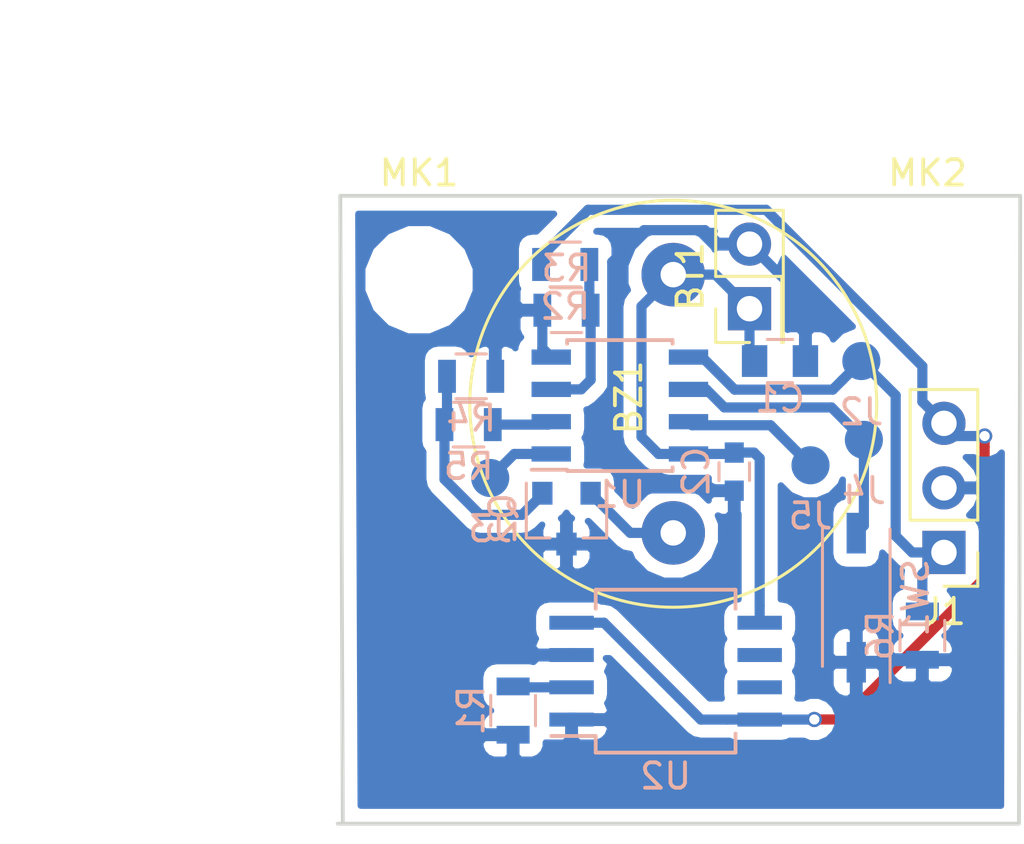
<source format=kicad_pcb>
(kicad_pcb (version 4) (host pcbnew 4.0.7)

  (general
    (links 34)
    (no_connects 0)
    (area 136.324999 94.424999 163.325001 119.275001)
    (thickness 1.6)
    (drawings 7)
    (tracks 90)
    (zones 0)
    (modules 21)
    (nets 13)
  )

  (page A4)
  (layers
    (0 F.Cu signal)
    (31 B.Cu signal)
    (32 B.Adhes user)
    (33 F.Adhes user)
    (34 B.Paste user)
    (35 F.Paste user)
    (36 B.SilkS user hide)
    (37 F.SilkS user)
    (38 B.Mask user)
    (39 F.Mask user)
    (40 Dwgs.User user)
    (41 Cmts.User user)
    (42 Eco1.User user)
    (43 Eco2.User user)
    (44 Edge.Cuts user)
    (45 Margin user)
    (46 B.CrtYd user)
    (47 F.CrtYd user)
    (48 B.Fab user hide)
    (49 F.Fab user hide)
  )

  (setup
    (last_trace_width 0.4)
    (trace_clearance 0.3)
    (zone_clearance 0.508)
    (zone_45_only no)
    (trace_min 0.4)
    (segment_width 0.2)
    (edge_width 0.15)
    (via_size 0.6)
    (via_drill 0.4)
    (via_min_size 0.4)
    (via_min_drill 0.3)
    (uvia_size 0.3)
    (uvia_drill 0.1)
    (uvias_allowed no)
    (uvia_min_size 0.2)
    (uvia_min_drill 0.1)
    (pcb_text_width 0.3)
    (pcb_text_size 1.5 1.5)
    (mod_edge_width 0.15)
    (mod_text_size 1 1)
    (mod_text_width 0.15)
    (pad_size 1.524 1.524)
    (pad_drill 0.762)
    (pad_to_mask_clearance 0.2)
    (aux_axis_origin 0 0)
    (visible_elements FFFFFF7F)
    (pcbplotparams
      (layerselection 0x00030_80000001)
      (usegerberextensions false)
      (excludeedgelayer true)
      (linewidth 0.100000)
      (plotframeref false)
      (viasonmask false)
      (mode 1)
      (useauxorigin false)
      (hpglpennumber 1)
      (hpglpenspeed 20)
      (hpglpendiameter 15)
      (hpglpenoverlay 2)
      (psnegative false)
      (psa4output false)
      (plotreference true)
      (plotvalue true)
      (plotinvisibletext false)
      (padsonsilk false)
      (subtractmaskfromsilk false)
      (outputformat 1)
      (mirror false)
      (drillshape 1)
      (scaleselection 1)
      (outputdirectory ""))
  )

  (net 0 "")
  (net 1 VCC)
  (net 2 GND)
  (net 3 "Net-(BZ1-Pad1)")
  (net 4 /Beeper_in)
  (net 5 +5V)
  (net 6 "Net-(R5-Pad2)")
  (net 7 "Net-(Q2-Pad1)")
  (net 8 /sense)
  (net 9 "Net-(J3-Pad1)")
  (net 10 "Net-(J4-Pad1)")
  (net 11 "Net-(J5-Pad1)")
  (net 12 "Net-(R1-Pad1)")

  (net_class Default "This is the default net class."
    (clearance 0.3)
    (trace_width 0.4)
    (via_dia 0.6)
    (via_drill 0.4)
    (uvia_dia 0.3)
    (uvia_drill 0.1)
    (add_net +5V)
    (add_net /Beeper_in)
    (add_net /sense)
    (add_net GND)
    (add_net "Net-(BZ1-Pad1)")
    (add_net "Net-(J3-Pad1)")
    (add_net "Net-(J4-Pad1)")
    (add_net "Net-(J5-Pad1)")
    (add_net "Net-(Q2-Pad1)")
    (add_net "Net-(R1-Pad1)")
    (add_net "Net-(R5-Pad2)")
    (add_net VCC)
  )

  (module Pin_Headers:Pin_Header_Straight_1x03_Pitch2.54mm (layer F.Cu) (tedit 59650532) (tstamp 5C3E2BE3)
    (at 160.25 108.53 180)
    (descr "Through hole straight pin header, 1x03, 2.54mm pitch, single row")
    (tags "Through hole pin header THT 1x03 2.54mm single row")
    (path /5C3D3B3D)
    (fp_text reference J1 (at 0 -2.33 180) (layer F.SilkS)
      (effects (font (size 1 1) (thickness 0.15)))
    )
    (fp_text value Conn_01x03 (at 0 7.41 180) (layer F.Fab)
      (effects (font (size 1 1) (thickness 0.15)))
    )
    (fp_line (start -0.635 -1.27) (end 1.27 -1.27) (layer F.Fab) (width 0.1))
    (fp_line (start 1.27 -1.27) (end 1.27 6.35) (layer F.Fab) (width 0.1))
    (fp_line (start 1.27 6.35) (end -1.27 6.35) (layer F.Fab) (width 0.1))
    (fp_line (start -1.27 6.35) (end -1.27 -0.635) (layer F.Fab) (width 0.1))
    (fp_line (start -1.27 -0.635) (end -0.635 -1.27) (layer F.Fab) (width 0.1))
    (fp_line (start -1.33 6.41) (end 1.33 6.41) (layer F.SilkS) (width 0.12))
    (fp_line (start -1.33 1.27) (end -1.33 6.41) (layer F.SilkS) (width 0.12))
    (fp_line (start 1.33 1.27) (end 1.33 6.41) (layer F.SilkS) (width 0.12))
    (fp_line (start -1.33 1.27) (end 1.33 1.27) (layer F.SilkS) (width 0.12))
    (fp_line (start -1.33 0) (end -1.33 -1.33) (layer F.SilkS) (width 0.12))
    (fp_line (start -1.33 -1.33) (end 0 -1.33) (layer F.SilkS) (width 0.12))
    (fp_line (start -1.8 -1.8) (end -1.8 6.85) (layer F.CrtYd) (width 0.05))
    (fp_line (start -1.8 6.85) (end 1.8 6.85) (layer F.CrtYd) (width 0.05))
    (fp_line (start 1.8 6.85) (end 1.8 -1.8) (layer F.CrtYd) (width 0.05))
    (fp_line (start 1.8 -1.8) (end -1.8 -1.8) (layer F.CrtYd) (width 0.05))
    (fp_text user %R (at 0 2.54 270) (layer F.Fab)
      (effects (font (size 1 1) (thickness 0.15)))
    )
    (pad 1 thru_hole rect (at 0 0 180) (size 1.7 1.7) (drill 1) (layers *.Cu *.Mask)
      (net 4 /Beeper_in))
    (pad 2 thru_hole oval (at 0 2.54 180) (size 1.7 1.7) (drill 1) (layers *.Cu *.Mask)
      (net 2 GND))
    (pad 3 thru_hole oval (at 0 5.08 180) (size 1.7 1.7) (drill 1) (layers *.Cu *.Mask)
      (net 5 +5V))
    (model ${KISYS3DMOD}/Pin_Headers.3dshapes/Pin_Header_Straight_1x03_Pitch2.54mm.wrl
      (at (xyz 0 0 0))
      (scale (xyz 1 1 1))
      (rotate (xyz 0 0 0))
    )
  )

  (module TO_SOT_Packages_SMD:SOT-23 (layer B.Cu) (tedit 58CE4E7E) (tstamp 5C3CE1EE)
    (at 145.4 107.2 270)
    (descr "SOT-23, Standard")
    (tags SOT-23)
    (path /5C3D1462)
    (attr smd)
    (fp_text reference Q2 (at 0 2.5 270) (layer B.SilkS)
      (effects (font (size 1 1) (thickness 0.15)) (justify mirror))
    )
    (fp_text value Q_NMOS_DGS (at 0 -2.5 270) (layer B.Fab)
      (effects (font (size 1 1) (thickness 0.15)) (justify mirror))
    )
    (fp_text user %R (at 0 0 540) (layer B.Fab)
      (effects (font (size 0.5 0.5) (thickness 0.075)) (justify mirror))
    )
    (fp_line (start -0.7 0.95) (end -0.7 -1.5) (layer B.Fab) (width 0.1))
    (fp_line (start -0.15 1.52) (end 0.7 1.52) (layer B.Fab) (width 0.1))
    (fp_line (start -0.7 0.95) (end -0.15 1.52) (layer B.Fab) (width 0.1))
    (fp_line (start 0.7 1.52) (end 0.7 -1.52) (layer B.Fab) (width 0.1))
    (fp_line (start -0.7 -1.52) (end 0.7 -1.52) (layer B.Fab) (width 0.1))
    (fp_line (start 0.76 -1.58) (end 0.76 -0.65) (layer B.SilkS) (width 0.12))
    (fp_line (start 0.76 1.58) (end 0.76 0.65) (layer B.SilkS) (width 0.12))
    (fp_line (start -1.7 1.75) (end 1.7 1.75) (layer B.CrtYd) (width 0.05))
    (fp_line (start 1.7 1.75) (end 1.7 -1.75) (layer B.CrtYd) (width 0.05))
    (fp_line (start 1.7 -1.75) (end -1.7 -1.75) (layer B.CrtYd) (width 0.05))
    (fp_line (start -1.7 -1.75) (end -1.7 1.75) (layer B.CrtYd) (width 0.05))
    (fp_line (start 0.76 1.58) (end -1.4 1.58) (layer B.SilkS) (width 0.12))
    (fp_line (start 0.76 -1.58) (end -0.7 -1.58) (layer B.SilkS) (width 0.12))
    (pad 1 smd rect (at -1 0.95 270) (size 0.9 0.8) (layers B.Cu B.Paste B.Mask)
      (net 7 "Net-(Q2-Pad1)"))
    (pad 2 smd rect (at -1 -0.95 270) (size 0.9 0.8) (layers B.Cu B.Paste B.Mask)
      (net 3 "Net-(BZ1-Pad1)"))
    (pad 3 smd rect (at 1 0 270) (size 0.9 0.8) (layers B.Cu B.Paste B.Mask)
      (net 2 GND))
    (model ${KISYS3DMOD}/TO_SOT_Packages_SMD.3dshapes/SOT-23.wrl
      (at (xyz 0 0 0))
      (scale (xyz 1 1 1))
      (rotate (xyz 0 0 0))
    )
  )

  (module Buzzers_Beepers:BUZZER (layer F.Cu) (tedit 0) (tstamp 5C3CE1DB)
    (at 149.6 102.68 90)
    (path /5C3D137A)
    (fp_text reference BZ1 (at 0.24892 -1.75006 90) (layer F.SilkS)
      (effects (font (size 1 1) (thickness 0.15)))
    )
    (fp_text value Buzzer (at 0 1.50114 90) (layer F.Fab)
      (effects (font (size 1 1) (thickness 0.15)))
    )
    (fp_circle (center 0 0) (end 8.001 0.24892) (layer F.SilkS) (width 0.12))
    (pad 2 thru_hole circle (at 5.08 0 90) (size 2.49936 2.49936) (drill 1.00076) (layers *.Cu *.Mask)
      (net 1 VCC))
    (pad 1 thru_hole circle (at -5.08 0 90) (size 2.49936 2.49936) (drill 1.00076) (layers *.Cu *.Mask)
      (net 3 "Net-(BZ1-Pad1)"))
  )

  (module Pin_Headers:Pin_Header_Straight_2x01_Pitch2.54mm (layer F.Cu) (tedit 59650532) (tstamp 5C3CE1D5)
    (at 152.6 98.94 90)
    (descr "Through hole straight pin header, 2x01, 2.54mm pitch, double rows")
    (tags "Through hole pin header THT 2x01 2.54mm double row")
    (path /5C3CE151)
    (fp_text reference BT1 (at 1.27 -2.33 90) (layer F.SilkS)
      (effects (font (size 1 1) (thickness 0.15)))
    )
    (fp_text value Battery_Cell (at 1.27 2.33 90) (layer F.Fab)
      (effects (font (size 1 1) (thickness 0.15)))
    )
    (fp_line (start 0 -1.27) (end 3.81 -1.27) (layer F.Fab) (width 0.1))
    (fp_line (start 3.81 -1.27) (end 3.81 1.27) (layer F.Fab) (width 0.1))
    (fp_line (start 3.81 1.27) (end -1.27 1.27) (layer F.Fab) (width 0.1))
    (fp_line (start -1.27 1.27) (end -1.27 0) (layer F.Fab) (width 0.1))
    (fp_line (start -1.27 0) (end 0 -1.27) (layer F.Fab) (width 0.1))
    (fp_line (start -1.33 1.33) (end 3.87 1.33) (layer F.SilkS) (width 0.12))
    (fp_line (start -1.33 1.27) (end -1.33 1.33) (layer F.SilkS) (width 0.12))
    (fp_line (start 3.87 -1.33) (end 3.87 1.33) (layer F.SilkS) (width 0.12))
    (fp_line (start -1.33 1.27) (end 1.27 1.27) (layer F.SilkS) (width 0.12))
    (fp_line (start 1.27 1.27) (end 1.27 -1.33) (layer F.SilkS) (width 0.12))
    (fp_line (start 1.27 -1.33) (end 3.87 -1.33) (layer F.SilkS) (width 0.12))
    (fp_line (start -1.33 0) (end -1.33 -1.33) (layer F.SilkS) (width 0.12))
    (fp_line (start -1.33 -1.33) (end 0 -1.33) (layer F.SilkS) (width 0.12))
    (fp_line (start -1.8 -1.8) (end -1.8 1.8) (layer F.CrtYd) (width 0.05))
    (fp_line (start -1.8 1.8) (end 4.35 1.8) (layer F.CrtYd) (width 0.05))
    (fp_line (start 4.35 1.8) (end 4.35 -1.8) (layer F.CrtYd) (width 0.05))
    (fp_line (start 4.35 -1.8) (end -1.8 -1.8) (layer F.CrtYd) (width 0.05))
    (fp_text user %R (at 1.27 0 180) (layer F.Fab)
      (effects (font (size 1 1) (thickness 0.15)))
    )
    (pad 1 thru_hole rect (at 0 0 90) (size 1.7 1.7) (drill 1) (layers *.Cu *.Mask)
      (net 1 VCC))
    (pad 2 thru_hole oval (at 2.54 0 90) (size 1.7 1.7) (drill 1) (layers *.Cu *.Mask)
      (net 2 GND))
    (model ${KISYS3DMOD}/Pin_Headers.3dshapes/Pin_Header_Straight_2x01_Pitch2.54mm.wrl
      (at (xyz 0 0 0))
      (scale (xyz 1 1 1))
      (rotate (xyz 0 0 0))
    )
  )

  (module Resistors_SMD:R_0805 (layer B.Cu) (tedit 58E0A804) (tstamp 5C3CE1F4)
    (at 143.3 114.75 270)
    (descr "Resistor SMD 0805, reflow soldering, Vishay (see dcrcw.pdf)")
    (tags "resistor 0805")
    (path /5C41B754)
    (attr smd)
    (fp_text reference R1 (at 0 1.65 270) (layer B.SilkS)
      (effects (font (size 1 1) (thickness 0.15)) (justify mirror))
    )
    (fp_text value R (at 0 -1.75 270) (layer B.Fab)
      (effects (font (size 1 1) (thickness 0.15)) (justify mirror))
    )
    (fp_text user %R (at 0 0.25 270) (layer B.Fab)
      (effects (font (size 0.5 0.5) (thickness 0.075)) (justify mirror))
    )
    (fp_line (start -1 -0.62) (end -1 0.62) (layer B.Fab) (width 0.1))
    (fp_line (start 1 -0.62) (end -1 -0.62) (layer B.Fab) (width 0.1))
    (fp_line (start 1 0.62) (end 1 -0.62) (layer B.Fab) (width 0.1))
    (fp_line (start -1 0.62) (end 1 0.62) (layer B.Fab) (width 0.1))
    (fp_line (start 0.6 -0.88) (end -0.6 -0.88) (layer B.SilkS) (width 0.12))
    (fp_line (start -0.6 0.88) (end 0.6 0.88) (layer B.SilkS) (width 0.12))
    (fp_line (start -1.55 0.9) (end 1.55 0.9) (layer B.CrtYd) (width 0.05))
    (fp_line (start -1.55 0.9) (end -1.55 -0.9) (layer B.CrtYd) (width 0.05))
    (fp_line (start 1.55 -0.9) (end 1.55 0.9) (layer B.CrtYd) (width 0.05))
    (fp_line (start 1.55 -0.9) (end -1.55 -0.9) (layer B.CrtYd) (width 0.05))
    (pad 1 smd rect (at -0.95 0 270) (size 0.7 1.3) (layers B.Cu B.Paste B.Mask)
      (net 12 "Net-(R1-Pad1)"))
    (pad 2 smd rect (at 0.95 0 270) (size 0.7 1.3) (layers B.Cu B.Paste B.Mask)
      (net 2 GND))
    (model ${KISYS3DMOD}/Resistors_SMD.3dshapes/R_0805.wrl
      (at (xyz 0 0 0))
      (scale (xyz 1 1 1))
      (rotate (xyz 0 0 0))
    )
  )

  (module Resistors_SMD:R_0805 (layer B.Cu) (tedit 58E0A804) (tstamp 5C3CE200)
    (at 145.4 99 180)
    (descr "Resistor SMD 0805, reflow soldering, Vishay (see dcrcw.pdf)")
    (tags "resistor 0805")
    (path /5C3D036F)
    (attr smd)
    (fp_text reference R3 (at 0 1.65 180) (layer B.SilkS)
      (effects (font (size 1 1) (thickness 0.15)) (justify mirror))
    )
    (fp_text value R (at 0 -1.75 180) (layer B.Fab)
      (effects (font (size 1 1) (thickness 0.15)) (justify mirror))
    )
    (fp_text user %R (at 0 0 180) (layer B.Fab)
      (effects (font (size 0.5 0.5) (thickness 0.075)) (justify mirror))
    )
    (fp_line (start -1 -0.62) (end -1 0.62) (layer B.Fab) (width 0.1))
    (fp_line (start 1 -0.62) (end -1 -0.62) (layer B.Fab) (width 0.1))
    (fp_line (start 1 0.62) (end 1 -0.62) (layer B.Fab) (width 0.1))
    (fp_line (start -1 0.62) (end 1 0.62) (layer B.Fab) (width 0.1))
    (fp_line (start 0.6 -0.88) (end -0.6 -0.88) (layer B.SilkS) (width 0.12))
    (fp_line (start -0.6 0.88) (end 0.6 0.88) (layer B.SilkS) (width 0.12))
    (fp_line (start -1.55 0.9) (end 1.55 0.9) (layer B.CrtYd) (width 0.05))
    (fp_line (start -1.55 0.9) (end -1.55 -0.9) (layer B.CrtYd) (width 0.05))
    (fp_line (start 1.55 -0.9) (end 1.55 0.9) (layer B.CrtYd) (width 0.05))
    (fp_line (start 1.55 -0.9) (end -1.55 -0.9) (layer B.CrtYd) (width 0.05))
    (pad 1 smd rect (at -0.95 0 180) (size 0.7 1.3) (layers B.Cu B.Paste B.Mask)
      (net 8 /sense))
    (pad 2 smd rect (at 0.95 0 180) (size 0.7 1.3) (layers B.Cu B.Paste B.Mask)
      (net 2 GND))
    (model ${KISYS3DMOD}/Resistors_SMD.3dshapes/R_0805.wrl
      (at (xyz 0 0 0))
      (scale (xyz 1 1 1))
      (rotate (xyz 0 0 0))
    )
  )

  (module Resistors_SMD:R_0805 (layer B.Cu) (tedit 58E0A804) (tstamp 5C3CE20C)
    (at 141.55 103.5)
    (descr "Resistor SMD 0805, reflow soldering, Vishay (see dcrcw.pdf)")
    (tags "resistor 0805")
    (path /5C3D1E79)
    (attr smd)
    (fp_text reference R5 (at 0 1.65) (layer B.SilkS)
      (effects (font (size 1 1) (thickness 0.15)) (justify mirror))
    )
    (fp_text value R (at 0 -1.75) (layer B.Fab)
      (effects (font (size 1 1) (thickness 0.15)) (justify mirror))
    )
    (fp_text user %R (at 0 0) (layer B.Fab)
      (effects (font (size 0.5 0.5) (thickness 0.075)) (justify mirror))
    )
    (fp_line (start -1 -0.62) (end -1 0.62) (layer B.Fab) (width 0.1))
    (fp_line (start 1 -0.62) (end -1 -0.62) (layer B.Fab) (width 0.1))
    (fp_line (start 1 0.62) (end 1 -0.62) (layer B.Fab) (width 0.1))
    (fp_line (start -1 0.62) (end 1 0.62) (layer B.Fab) (width 0.1))
    (fp_line (start 0.6 -0.88) (end -0.6 -0.88) (layer B.SilkS) (width 0.12))
    (fp_line (start -0.6 0.88) (end 0.6 0.88) (layer B.SilkS) (width 0.12))
    (fp_line (start -1.55 0.9) (end 1.55 0.9) (layer B.CrtYd) (width 0.05))
    (fp_line (start -1.55 0.9) (end -1.55 -0.9) (layer B.CrtYd) (width 0.05))
    (fp_line (start 1.55 -0.9) (end 1.55 0.9) (layer B.CrtYd) (width 0.05))
    (fp_line (start 1.55 -0.9) (end -1.55 -0.9) (layer B.CrtYd) (width 0.05))
    (pad 1 smd rect (at -0.95 0) (size 0.7 1.3) (layers B.Cu B.Paste B.Mask)
      (net 7 "Net-(Q2-Pad1)"))
    (pad 2 smd rect (at 0.95 0) (size 0.7 1.3) (layers B.Cu B.Paste B.Mask)
      (net 6 "Net-(R5-Pad2)"))
    (model ${KISYS3DMOD}/Resistors_SMD.3dshapes/R_0805.wrl
      (at (xyz 0 0 0))
      (scale (xyz 1 1 1))
      (rotate (xyz 0 0 0))
    )
  )

  (module Buttons_Switches_SMD:SW_DIP_x1_W5.08mm_Slide_Copal_CHS-A (layer B.Cu) (tedit 59ACAC86) (tstamp 5C3CE218)
    (at 156.8 110.31 90)
    (descr "1x-dip-switch, Slide, row spacing 5.08 mm (200 mils), Copal_CHS-A")
    (tags "DIP Switch Slide 5.08mm 200mil Copal_CHS-A")
    (path /5C3D0582)
    (attr smd)
    (fp_text reference SW1 (at 0 2.33 90) (layer B.SilkS)
      (effects (font (size 1 1) (thickness 0.15)) (justify mirror))
    )
    (fp_text value SW_Push (at 0 -2.33 90) (layer B.Fab)
      (effects (font (size 1 1) (thickness 0.15)) (justify mirror))
    )
    (fp_line (start -1.7 1.27) (end 2.7 1.27) (layer B.Fab) (width 0.1))
    (fp_line (start 2.7 1.27) (end 2.7 -1.27) (layer B.Fab) (width 0.1))
    (fp_line (start 2.7 -1.27) (end -2.7 -1.27) (layer B.Fab) (width 0.1))
    (fp_line (start -2.7 -1.27) (end -2.7 0.27) (layer B.Fab) (width 0.1))
    (fp_line (start -2.7 0.27) (end -1.7 1.27) (layer B.Fab) (width 0.1))
    (fp_line (start -1.5 0.25) (end -1.5 -0.25) (layer B.Fab) (width 0.1))
    (fp_line (start -1.5 -0.25) (end 1.5 -0.25) (layer B.Fab) (width 0.1))
    (fp_line (start 1.5 -0.25) (end 1.5 0.25) (layer B.Fab) (width 0.1))
    (fp_line (start 1.5 0.25) (end -1.5 0.25) (layer B.Fab) (width 0.1))
    (fp_line (start 0 0.25) (end 0 -0.25) (layer B.Fab) (width 0.1))
    (fp_line (start -3.34 1.33) (end 2.7 1.33) (layer B.SilkS) (width 0.12))
    (fp_line (start -2.7 -1.33) (end 2.7 -1.33) (layer B.SilkS) (width 0.12))
    (fp_line (start -3.6 1.6) (end -3.6 -1.6) (layer B.CrtYd) (width 0.05))
    (fp_line (start -3.6 -1.6) (end 3.6 -1.6) (layer B.CrtYd) (width 0.05))
    (fp_line (start 3.6 -1.6) (end 3.6 1.6) (layer B.CrtYd) (width 0.05))
    (fp_line (start 3.6 1.6) (end -3.6 1.6) (layer B.CrtYd) (width 0.05))
    (fp_text user %R (at 2.1 0 360) (layer B.Fab)
      (effects (font (size 0.6 0.6) (thickness 0.15)) (justify mirror))
    )
    (pad 1 smd rect (at -2.54 0 90) (size 1.6 0.76) (layers B.Cu B.Paste B.Mask)
      (net 2 GND))
    (pad 2 smd rect (at 2.54 0 90) (size 1.6 0.76) (layers B.Cu B.Paste B.Mask)
      (net 10 "Net-(J4-Pad1)"))
    (model ${KISYS3DMOD}/Buttons_Switches_SMD.3dshapes/SW_DIP_x1_W5.08mm_Slide_Copal_CHS-A.wrl
      (at (xyz 0 0 0))
      (scale (xyz 1 1 1))
      (rotate (xyz 0 0 0))
    )
  )

  (module Housings_SOIC:SOIC-8_3.9x4.9mm_Pitch1.27mm (layer B.Cu) (tedit 58CD0CDA) (tstamp 5C3CE224)
    (at 147.5 102.75)
    (descr "8-Lead Plastic Small Outline (SN) - Narrow, 3.90 mm Body [SOIC] (see Microchip Packaging Specification 00000049BS.pdf)")
    (tags "SOIC 1.27")
    (path /5C3CE073)
    (attr smd)
    (fp_text reference U1 (at 0 3.5) (layer B.SilkS)
      (effects (font (size 1 1) (thickness 0.15)) (justify mirror))
    )
    (fp_text value ATTINY13A-SSU (at 0 -3.5) (layer B.Fab)
      (effects (font (size 1 1) (thickness 0.15)) (justify mirror))
    )
    (fp_text user %R (at 0 0) (layer B.Fab)
      (effects (font (size 1 1) (thickness 0.15)) (justify mirror))
    )
    (fp_line (start -0.95 2.45) (end 1.95 2.45) (layer B.Fab) (width 0.1))
    (fp_line (start 1.95 2.45) (end 1.95 -2.45) (layer B.Fab) (width 0.1))
    (fp_line (start 1.95 -2.45) (end -1.95 -2.45) (layer B.Fab) (width 0.1))
    (fp_line (start -1.95 -2.45) (end -1.95 1.45) (layer B.Fab) (width 0.1))
    (fp_line (start -1.95 1.45) (end -0.95 2.45) (layer B.Fab) (width 0.1))
    (fp_line (start -3.73 2.7) (end -3.73 -2.7) (layer B.CrtYd) (width 0.05))
    (fp_line (start 3.73 2.7) (end 3.73 -2.7) (layer B.CrtYd) (width 0.05))
    (fp_line (start -3.73 2.7) (end 3.73 2.7) (layer B.CrtYd) (width 0.05))
    (fp_line (start -3.73 -2.7) (end 3.73 -2.7) (layer B.CrtYd) (width 0.05))
    (fp_line (start -2.075 2.575) (end -2.075 2.525) (layer B.SilkS) (width 0.15))
    (fp_line (start 2.075 2.575) (end 2.075 2.43) (layer B.SilkS) (width 0.15))
    (fp_line (start 2.075 -2.575) (end 2.075 -2.43) (layer B.SilkS) (width 0.15))
    (fp_line (start -2.075 -2.575) (end -2.075 -2.43) (layer B.SilkS) (width 0.15))
    (fp_line (start -2.075 2.575) (end 2.075 2.575) (layer B.SilkS) (width 0.15))
    (fp_line (start -2.075 -2.575) (end 2.075 -2.575) (layer B.SilkS) (width 0.15))
    (fp_line (start -2.075 2.525) (end -3.475 2.525) (layer B.SilkS) (width 0.15))
    (pad 1 smd rect (at -2.7 1.905) (size 1.55 0.6) (layers B.Cu B.Paste B.Mask)
      (net 9 "Net-(J3-Pad1)"))
    (pad 2 smd rect (at -2.7 0.635) (size 1.55 0.6) (layers B.Cu B.Paste B.Mask)
      (net 6 "Net-(R5-Pad2)"))
    (pad 3 smd rect (at -2.7 -0.635) (size 1.55 0.6) (layers B.Cu B.Paste B.Mask)
      (net 8 /sense))
    (pad 4 smd rect (at -2.7 -1.905) (size 1.55 0.6) (layers B.Cu B.Paste B.Mask)
      (net 2 GND))
    (pad 5 smd rect (at 2.7 -1.905) (size 1.55 0.6) (layers B.Cu B.Paste B.Mask)
      (net 4 /Beeper_in))
    (pad 6 smd rect (at 2.7 -0.635) (size 1.55 0.6) (layers B.Cu B.Paste B.Mask)
      (net 10 "Net-(J4-Pad1)"))
    (pad 7 smd rect (at 2.7 0.635) (size 1.55 0.6) (layers B.Cu B.Paste B.Mask)
      (net 11 "Net-(J5-Pad1)"))
    (pad 8 smd rect (at 2.7 1.905) (size 1.55 0.6) (layers B.Cu B.Paste B.Mask)
      (net 1 VCC))
    (model ${KISYS3DMOD}/Housings_SOIC.3dshapes/SOIC-8_3.9x4.9mm_Pitch1.27mm.wrl
      (at (xyz 0 0 0))
      (scale (xyz 1 1 1))
      (rotate (xyz 0 0 0))
    )
  )

  (module Mounting_Holes:MountingHole_3.2mm_M3 (layer F.Cu) (tedit 56D1B4CB) (tstamp 5C3CEBD9)
    (at 139.6 97.8)
    (descr "Mounting Hole 3.2mm, no annular, M3")
    (tags "mounting hole 3.2mm no annular m3")
    (path /5C3CEC4A)
    (attr virtual)
    (fp_text reference MK1 (at 0 -4.2) (layer F.SilkS)
      (effects (font (size 1 1) (thickness 0.15)))
    )
    (fp_text value Mounting_Hole (at 0 4.2) (layer F.Fab)
      (effects (font (size 1 1) (thickness 0.15)))
    )
    (fp_text user %R (at 0.3 0) (layer F.Fab)
      (effects (font (size 1 1) (thickness 0.15)))
    )
    (fp_circle (center 0 0) (end 3.2 0) (layer Cmts.User) (width 0.15))
    (fp_circle (center 0 0) (end 3.45 0) (layer F.CrtYd) (width 0.05))
    (pad 1 np_thru_hole circle (at 0 0) (size 3.2 3.2) (drill 3.2) (layers *.Cu *.Mask))
  )

  (module Mounting_Holes:MountingHole_3.2mm_M3 (layer F.Cu) (tedit 56D1B4CB) (tstamp 5C3CEBDE)
    (at 159.6 97.8)
    (descr "Mounting Hole 3.2mm, no annular, M3")
    (tags "mounting hole 3.2mm no annular m3")
    (path /5C3CED0B)
    (attr virtual)
    (fp_text reference MK2 (at 0 -4.2) (layer F.SilkS)
      (effects (font (size 1 1) (thickness 0.15)))
    )
    (fp_text value Mounting_Hole (at 0 4.2) (layer F.Fab)
      (effects (font (size 1 1) (thickness 0.15)))
    )
    (fp_text user %R (at 0.3 0) (layer F.Fab)
      (effects (font (size 1 1) (thickness 0.15)))
    )
    (fp_circle (center 0 0) (end 3.2 0) (layer Cmts.User) (width 0.15))
    (fp_circle (center 0 0) (end 3.45 0) (layer F.CrtYd) (width 0.05))
    (pad 1 np_thru_hole circle (at 0 0) (size 3.2 3.2) (drill 3.2) (layers *.Cu *.Mask))
  )

  (module Resistors_SMD:R_0805 (layer B.Cu) (tedit 58E0A804) (tstamp 5C3E08FC)
    (at 145.35 97.2)
    (descr "Resistor SMD 0805, reflow soldering, Vishay (see dcrcw.pdf)")
    (tags "resistor 0805")
    (path /5C3D0301)
    (attr smd)
    (fp_text reference R2 (at 0 1.65) (layer B.SilkS)
      (effects (font (size 1 1) (thickness 0.15)) (justify mirror))
    )
    (fp_text value R (at 0 -1.75) (layer B.Fab)
      (effects (font (size 1 1) (thickness 0.15)) (justify mirror))
    )
    (fp_text user %R (at 0 0) (layer B.Fab)
      (effects (font (size 0.5 0.5) (thickness 0.075)) (justify mirror))
    )
    (fp_line (start -1 -0.62) (end -1 0.62) (layer B.Fab) (width 0.1))
    (fp_line (start 1 -0.62) (end -1 -0.62) (layer B.Fab) (width 0.1))
    (fp_line (start 1 0.62) (end 1 -0.62) (layer B.Fab) (width 0.1))
    (fp_line (start -1 0.62) (end 1 0.62) (layer B.Fab) (width 0.1))
    (fp_line (start 0.6 -0.88) (end -0.6 -0.88) (layer B.SilkS) (width 0.12))
    (fp_line (start -0.6 0.88) (end 0.6 0.88) (layer B.SilkS) (width 0.12))
    (fp_line (start -1.55 0.9) (end 1.55 0.9) (layer B.CrtYd) (width 0.05))
    (fp_line (start -1.55 0.9) (end -1.55 -0.9) (layer B.CrtYd) (width 0.05))
    (fp_line (start 1.55 -0.9) (end 1.55 0.9) (layer B.CrtYd) (width 0.05))
    (fp_line (start 1.55 -0.9) (end -1.55 -0.9) (layer B.CrtYd) (width 0.05))
    (pad 1 smd rect (at -0.95 0) (size 0.7 1.3) (layers B.Cu B.Paste B.Mask)
      (net 5 +5V))
    (pad 2 smd rect (at 0.95 0) (size 0.7 1.3) (layers B.Cu B.Paste B.Mask)
      (net 8 /sense))
    (model ${KISYS3DMOD}/Resistors_SMD.3dshapes/R_0805.wrl
      (at (xyz 0 0 0))
      (scale (xyz 1 1 1))
      (rotate (xyz 0 0 0))
    )
  )

  (module Capacitors_SMD:C_0805 (layer B.Cu) (tedit 58AA8463) (tstamp 5C3E1060)
    (at 153.8 101)
    (descr "Capacitor SMD 0805, reflow soldering, AVX (see smccp.pdf)")
    (tags "capacitor 0805")
    (path /5C3E4BC6)
    (attr smd)
    (fp_text reference C1 (at 0 1.5) (layer B.SilkS)
      (effects (font (size 1 1) (thickness 0.15)) (justify mirror))
    )
    (fp_text value 10µF (at 0 -1.75) (layer B.Fab)
      (effects (font (size 1 1) (thickness 0.15)) (justify mirror))
    )
    (fp_text user %R (at 0 1.5) (layer B.Fab)
      (effects (font (size 1 1) (thickness 0.15)) (justify mirror))
    )
    (fp_line (start -1 -0.62) (end -1 0.62) (layer B.Fab) (width 0.1))
    (fp_line (start 1 -0.62) (end -1 -0.62) (layer B.Fab) (width 0.1))
    (fp_line (start 1 0.62) (end 1 -0.62) (layer B.Fab) (width 0.1))
    (fp_line (start -1 0.62) (end 1 0.62) (layer B.Fab) (width 0.1))
    (fp_line (start 0.5 0.85) (end -0.5 0.85) (layer B.SilkS) (width 0.12))
    (fp_line (start -0.5 -0.85) (end 0.5 -0.85) (layer B.SilkS) (width 0.12))
    (fp_line (start -1.75 0.88) (end 1.75 0.88) (layer B.CrtYd) (width 0.05))
    (fp_line (start -1.75 0.88) (end -1.75 -0.87) (layer B.CrtYd) (width 0.05))
    (fp_line (start 1.75 -0.87) (end 1.75 0.88) (layer B.CrtYd) (width 0.05))
    (fp_line (start 1.75 -0.87) (end -1.75 -0.87) (layer B.CrtYd) (width 0.05))
    (pad 1 smd rect (at -1 0) (size 1 1.25) (layers B.Cu B.Paste B.Mask)
      (net 1 VCC))
    (pad 2 smd rect (at 1 0) (size 1 1.25) (layers B.Cu B.Paste B.Mask)
      (net 2 GND))
    (model Capacitors_SMD.3dshapes/C_0805.wrl
      (at (xyz 0 0 0))
      (scale (xyz 1 1 1))
      (rotate (xyz 0 0 0))
    )
  )

  (module Capacitors_SMD:C_0603 (layer B.Cu) (tedit 59958EE7) (tstamp 5C3E1066)
    (at 152 105.35 270)
    (descr "Capacitor SMD 0603, reflow soldering, AVX (see smccp.pdf)")
    (tags "capacitor 0603")
    (path /5C3E4FBF)
    (attr smd)
    (fp_text reference C2 (at 0 1.5 270) (layer B.SilkS)
      (effects (font (size 1 1) (thickness 0.15)) (justify mirror))
    )
    (fp_text value 100nF (at 0 -1.5 270) (layer B.Fab)
      (effects (font (size 1 1) (thickness 0.15)) (justify mirror))
    )
    (fp_line (start 1.4 -0.65) (end -1.4 -0.65) (layer B.CrtYd) (width 0.05))
    (fp_line (start 1.4 -0.65) (end 1.4 0.65) (layer B.CrtYd) (width 0.05))
    (fp_line (start -1.4 0.65) (end -1.4 -0.65) (layer B.CrtYd) (width 0.05))
    (fp_line (start -1.4 0.65) (end 1.4 0.65) (layer B.CrtYd) (width 0.05))
    (fp_line (start 0.35 -0.6) (end -0.35 -0.6) (layer B.SilkS) (width 0.12))
    (fp_line (start -0.35 0.6) (end 0.35 0.6) (layer B.SilkS) (width 0.12))
    (fp_line (start -0.8 0.4) (end 0.8 0.4) (layer B.Fab) (width 0.1))
    (fp_line (start 0.8 0.4) (end 0.8 -0.4) (layer B.Fab) (width 0.1))
    (fp_line (start 0.8 -0.4) (end -0.8 -0.4) (layer B.Fab) (width 0.1))
    (fp_line (start -0.8 -0.4) (end -0.8 0.4) (layer B.Fab) (width 0.1))
    (fp_text user %R (at 0 0 270) (layer B.Fab)
      (effects (font (size 0.3 0.3) (thickness 0.075)) (justify mirror))
    )
    (pad 2 smd rect (at 0.75 0 270) (size 0.8 0.75) (layers B.Cu B.Paste B.Mask)
      (net 2 GND))
    (pad 1 smd rect (at -0.75 0 270) (size 0.8 0.75) (layers B.Cu B.Paste B.Mask)
      (net 1 VCC))
    (model Capacitors_SMD.3dshapes/C_0603.wrl
      (at (xyz 0 0 0))
      (scale (xyz 1 1 1))
      (rotate (xyz 0 0 0))
    )
  )

  (module Resistors_SMD:R_0805 (layer B.Cu) (tedit 58E0A804) (tstamp 5C3E106C)
    (at 141.65 101.6)
    (descr "Resistor SMD 0805, reflow soldering, Vishay (see dcrcw.pdf)")
    (tags "resistor 0805")
    (path /5C3E65D1)
    (attr smd)
    (fp_text reference R4 (at 0 1.65) (layer B.SilkS)
      (effects (font (size 1 1) (thickness 0.15)) (justify mirror))
    )
    (fp_text value R (at 0 -1.75) (layer B.Fab)
      (effects (font (size 1 1) (thickness 0.15)) (justify mirror))
    )
    (fp_text user %R (at 0 0) (layer B.Fab)
      (effects (font (size 0.5 0.5) (thickness 0.075)) (justify mirror))
    )
    (fp_line (start -1 -0.62) (end -1 0.62) (layer B.Fab) (width 0.1))
    (fp_line (start 1 -0.62) (end -1 -0.62) (layer B.Fab) (width 0.1))
    (fp_line (start 1 0.62) (end 1 -0.62) (layer B.Fab) (width 0.1))
    (fp_line (start -1 0.62) (end 1 0.62) (layer B.Fab) (width 0.1))
    (fp_line (start 0.6 -0.88) (end -0.6 -0.88) (layer B.SilkS) (width 0.12))
    (fp_line (start -0.6 0.88) (end 0.6 0.88) (layer B.SilkS) (width 0.12))
    (fp_line (start -1.55 0.9) (end 1.55 0.9) (layer B.CrtYd) (width 0.05))
    (fp_line (start -1.55 0.9) (end -1.55 -0.9) (layer B.CrtYd) (width 0.05))
    (fp_line (start 1.55 -0.9) (end 1.55 0.9) (layer B.CrtYd) (width 0.05))
    (fp_line (start 1.55 -0.9) (end -1.55 -0.9) (layer B.CrtYd) (width 0.05))
    (pad 1 smd rect (at -0.95 0) (size 0.7 1.3) (layers B.Cu B.Paste B.Mask)
      (net 7 "Net-(Q2-Pad1)"))
    (pad 2 smd rect (at 0.95 0) (size 0.7 1.3) (layers B.Cu B.Paste B.Mask)
      (net 2 GND))
    (model ${KISYS3DMOD}/Resistors_SMD.3dshapes/R_0805.wrl
      (at (xyz 0 0 0))
      (scale (xyz 1 1 1))
      (rotate (xyz 0 0 0))
    )
  )

  (module Measurement_Points:Measurement_Point_Round-SMD-Pad_Small (layer B.Cu) (tedit 56C35ED0) (tstamp 5C3E2C90)
    (at 157 101)
    (descr "Mesurement Point, Round, SMD Pad, DM 1.5mm,")
    (tags "Mesurement Point Round SMD Pad 1.5mm")
    (path /5C3E319D)
    (attr virtual)
    (fp_text reference J2 (at 0 2) (layer B.SilkS)
      (effects (font (size 1 1) (thickness 0.15)) (justify mirror))
    )
    (fp_text value TEST_1P (at 0 -2) (layer B.Fab)
      (effects (font (size 1 1) (thickness 0.15)) (justify mirror))
    )
    (fp_circle (center 0 0) (end 1 0) (layer B.CrtYd) (width 0.05))
    (pad 1 smd circle (at 0 0) (size 1.5 1.5) (layers B.Cu B.Mask)
      (net 4 /Beeper_in))
  )

  (module Measurement_Points:Measurement_Point_Round-SMD-Pad_Small (layer B.Cu) (tedit 56C35ED0) (tstamp 5C3E2C94)
    (at 142.4 105.6)
    (descr "Mesurement Point, Round, SMD Pad, DM 1.5mm,")
    (tags "Mesurement Point Round SMD Pad 1.5mm")
    (path /5C3E3019)
    (attr virtual)
    (fp_text reference J3 (at 0 2) (layer B.SilkS)
      (effects (font (size 1 1) (thickness 0.15)) (justify mirror))
    )
    (fp_text value TEST_1P (at 0 -2) (layer B.Fab)
      (effects (font (size 1 1) (thickness 0.15)) (justify mirror))
    )
    (fp_circle (center 0 0) (end 1 0) (layer B.CrtYd) (width 0.05))
    (pad 1 smd circle (at 0 0) (size 1.5 1.5) (layers B.Cu B.Mask)
      (net 9 "Net-(J3-Pad1)"))
  )

  (module Measurement_Points:Measurement_Point_Round-SMD-Pad_Small (layer B.Cu) (tedit 56C35ED0) (tstamp 5C3E2C98)
    (at 157.1 104.1)
    (descr "Mesurement Point, Round, SMD Pad, DM 1.5mm,")
    (tags "Mesurement Point Round SMD Pad 1.5mm")
    (path /5C3E395C)
    (attr virtual)
    (fp_text reference J4 (at 0 2) (layer B.SilkS)
      (effects (font (size 1 1) (thickness 0.15)) (justify mirror))
    )
    (fp_text value TEST_1P (at 0 -2) (layer B.Fab)
      (effects (font (size 1 1) (thickness 0.15)) (justify mirror))
    )
    (fp_circle (center 0 0) (end 1 0) (layer B.CrtYd) (width 0.05))
    (pad 1 smd circle (at 0 0) (size 1.5 1.5) (layers B.Cu B.Mask)
      (net 10 "Net-(J4-Pad1)"))
  )

  (module Measurement_Points:Measurement_Point_Round-SMD-Pad_Small (layer B.Cu) (tedit 56C35ED0) (tstamp 5C3E2C9C)
    (at 155 105.1)
    (descr "Mesurement Point, Round, SMD Pad, DM 1.5mm,")
    (tags "Mesurement Point Round SMD Pad 1.5mm")
    (path /5C3E375D)
    (attr virtual)
    (fp_text reference J5 (at 0 2) (layer B.SilkS)
      (effects (font (size 1 1) (thickness 0.15)) (justify mirror))
    )
    (fp_text value TEST_1P (at 0 -2) (layer B.Fab)
      (effects (font (size 1 1) (thickness 0.15)) (justify mirror))
    )
    (fp_circle (center 0 0) (end 1 0) (layer B.CrtYd) (width 0.05))
    (pad 1 smd circle (at 0 0) (size 1.5 1.5) (layers B.Cu B.Mask)
      (net 11 "Net-(J5-Pad1)"))
  )

  (module Housings_SOIC:SO-8_5.3x6.2mm_Pitch1.27mm (layer B.Cu) (tedit 59920130) (tstamp 5C41B38F)
    (at 149.3 113.2)
    (descr "8-Lead Plastic Small Outline, 5.3x6.2mm Body (http://www.ti.com.cn/cn/lit/ds/symlink/tl7705a.pdf)")
    (tags "SOIC 1.27")
    (path /5C41B5F8)
    (attr smd)
    (fp_text reference U2 (at 0 4.13) (layer B.SilkS)
      (effects (font (size 1 1) (thickness 0.15)) (justify mirror))
    )
    (fp_text value TP4056 (at 0 -4.13) (layer B.Fab)
      (effects (font (size 1 1) (thickness 0.15)) (justify mirror))
    )
    (fp_text user %R (at 0 0) (layer B.Fab)
      (effects (font (size 1 1) (thickness 0.15)) (justify mirror))
    )
    (fp_line (start -1.65 3.1) (end 2.65 3.1) (layer B.Fab) (width 0.15))
    (fp_line (start 2.65 3.1) (end 2.65 -3.1) (layer B.Fab) (width 0.15))
    (fp_line (start 2.65 -3.1) (end -2.65 -3.1) (layer B.Fab) (width 0.15))
    (fp_line (start -2.65 -3.1) (end -2.65 2.1) (layer B.Fab) (width 0.15))
    (fp_line (start -2.65 2.1) (end -1.65 3.1) (layer B.Fab) (width 0.15))
    (fp_line (start -4.83 3.35) (end -4.83 -3.35) (layer B.CrtYd) (width 0.05))
    (fp_line (start 4.83 3.35) (end 4.83 -3.35) (layer B.CrtYd) (width 0.05))
    (fp_line (start -4.83 3.35) (end 4.83 3.35) (layer B.CrtYd) (width 0.05))
    (fp_line (start -4.83 -3.35) (end 4.83 -3.35) (layer B.CrtYd) (width 0.05))
    (fp_line (start -2.75 3.205) (end -2.75 2.55) (layer B.SilkS) (width 0.15))
    (fp_line (start 2.75 3.205) (end 2.75 2.455) (layer B.SilkS) (width 0.15))
    (fp_line (start 2.75 -3.205) (end 2.75 -2.455) (layer B.SilkS) (width 0.15))
    (fp_line (start -2.75 -3.205) (end -2.75 -2.455) (layer B.SilkS) (width 0.15))
    (fp_line (start -2.75 3.205) (end 2.75 3.205) (layer B.SilkS) (width 0.15))
    (fp_line (start -2.75 -3.205) (end 2.75 -3.205) (layer B.SilkS) (width 0.15))
    (fp_line (start -2.75 2.55) (end -4.5 2.55) (layer B.SilkS) (width 0.15))
    (pad 1 smd rect (at -3.7 1.905) (size 1.75 0.55) (layers B.Cu B.Paste B.Mask)
      (net 2 GND))
    (pad 2 smd rect (at -3.7 0.635) (size 1.75 0.55) (layers B.Cu B.Paste B.Mask)
      (net 12 "Net-(R1-Pad1)"))
    (pad 3 smd rect (at -3.7 -0.635) (size 1.75 0.55) (layers B.Cu B.Paste B.Mask)
      (net 2 GND))
    (pad 4 smd rect (at -3.7 -1.905) (size 1.75 0.55) (layers B.Cu B.Paste B.Mask)
      (net 5 +5V))
    (pad 5 smd rect (at 3.7 -1.905) (size 1.75 0.55) (layers B.Cu B.Paste B.Mask)
      (net 1 VCC))
    (pad 6 smd rect (at 3.7 -0.635) (size 1.75 0.55) (layers B.Cu B.Paste B.Mask))
    (pad 7 smd rect (at 3.7 0.635) (size 1.75 0.55) (layers B.Cu B.Paste B.Mask))
    (pad 8 smd rect (at 3.7 1.905) (size 1.75 0.55) (layers B.Cu B.Paste B.Mask)
      (net 5 +5V))
    (model ${KISYS3DMOD}/Housings_SOIC.3dshapes/SO-8_5.3x6.2mm_Pitch1.27mm.wrl
      (at (xyz 0 0 0))
      (scale (xyz 1 1 1))
      (rotate (xyz 0 0 0))
    )
  )

  (module Resistors_SMD:R_0805 (layer B.Cu) (tedit 58E0A804) (tstamp 5C4398EF)
    (at 159.4 111.8 270)
    (descr "Resistor SMD 0805, reflow soldering, Vishay (see dcrcw.pdf)")
    (tags "resistor 0805")
    (path /5C43A419)
    (attr smd)
    (fp_text reference R6 (at 0 1.65 270) (layer B.SilkS)
      (effects (font (size 1 1) (thickness 0.15)) (justify mirror))
    )
    (fp_text value R (at 0 -1.75 270) (layer B.Fab)
      (effects (font (size 1 1) (thickness 0.15)) (justify mirror))
    )
    (fp_text user %R (at 0 0 270) (layer B.Fab)
      (effects (font (size 0.5 0.5) (thickness 0.075)) (justify mirror))
    )
    (fp_line (start -1 -0.62) (end -1 0.62) (layer B.Fab) (width 0.1))
    (fp_line (start 1 -0.62) (end -1 -0.62) (layer B.Fab) (width 0.1))
    (fp_line (start 1 0.62) (end 1 -0.62) (layer B.Fab) (width 0.1))
    (fp_line (start -1 0.62) (end 1 0.62) (layer B.Fab) (width 0.1))
    (fp_line (start 0.6 -0.88) (end -0.6 -0.88) (layer B.SilkS) (width 0.12))
    (fp_line (start -0.6 0.88) (end 0.6 0.88) (layer B.SilkS) (width 0.12))
    (fp_line (start -1.55 0.9) (end 1.55 0.9) (layer B.CrtYd) (width 0.05))
    (fp_line (start -1.55 0.9) (end -1.55 -0.9) (layer B.CrtYd) (width 0.05))
    (fp_line (start 1.55 -0.9) (end 1.55 0.9) (layer B.CrtYd) (width 0.05))
    (fp_line (start 1.55 -0.9) (end -1.55 -0.9) (layer B.CrtYd) (width 0.05))
    (pad 1 smd rect (at -0.95 0 270) (size 0.7 1.3) (layers B.Cu B.Paste B.Mask)
      (net 4 /Beeper_in))
    (pad 2 smd rect (at 0.95 0 270) (size 0.7 1.3) (layers B.Cu B.Paste B.Mask)
      (net 2 GND))
    (model ${KISYS3DMOD}/Resistors_SMD.3dshapes/R_0805.wrl
      (at (xyz 0 0 0))
      (scale (xyz 1 1 1))
      (rotate (xyz 0 0 0))
    )
  )

  (dimension 20 (width 0.3) (layer Margin)
    (gr_text "20,000 mm" (at 149.6 92.250001) (layer Margin)
      (effects (font (size 1.5 1.5) (thickness 0.3)))
    )
    (feature1 (pts (xy 139.6 97.8) (xy 139.6 90.900001)))
    (feature2 (pts (xy 159.6 97.8) (xy 159.6 90.900001)))
    (crossbar (pts (xy 159.6 93.600001) (xy 139.6 93.600001)))
    (arrow1a (pts (xy 139.6 93.600001) (xy 140.726504 93.01358)))
    (arrow1b (pts (xy 139.6 93.600001) (xy 140.726504 94.186422)))
    (arrow2a (pts (xy 159.6 93.600001) (xy 158.473496 93.01358)))
    (arrow2b (pts (xy 159.6 93.600001) (xy 158.473496 94.186422)))
  )
  (gr_line (start 136.6 119.2) (end 136.5 94.5) (layer Edge.Cuts) (width 0.15))
  (gr_line (start 163.15 119.2) (end 136.4 119.2) (layer Edge.Cuts) (width 0.15))
  (gr_line (start 163.25 94.5) (end 163.2 119.2) (layer Edge.Cuts) (width 0.15))
  (gr_line (start 136.5 94.5) (end 163.25 94.5) (layer Edge.Cuts) (width 0.15))
  (dimension 16.5 (width 0.3) (layer Margin)
    (gr_text "16,500 mm" (at 129.4 102.75 270) (layer Margin)
      (effects (font (size 1.5 1.5) (thickness 0.3)))
    )
    (feature1 (pts (xy 135 111) (xy 128.05 111)))
    (feature2 (pts (xy 135 94.5) (xy 128.05 94.5)))
    (crossbar (pts (xy 130.75 94.5) (xy 130.75 111)))
    (arrow1a (pts (xy 130.75 111) (xy 130.163579 109.873496)))
    (arrow1b (pts (xy 130.75 111) (xy 131.336421 109.873496)))
    (arrow2a (pts (xy 130.75 94.5) (xy 130.163579 95.626504)))
    (arrow2b (pts (xy 130.75 94.5) (xy 131.336421 95.626504)))
  )
  (dimension 26.75 (width 0.3) (layer Margin)
    (gr_text "26,750 mm" (at 149.875 88.65) (layer Margin)
      (effects (font (size 1.5 1.5) (thickness 0.3)))
    )
    (feature1 (pts (xy 163.25 94.5) (xy 163.25 87.3)))
    (feature2 (pts (xy 136.5 94.5) (xy 136.5 87.3)))
    (crossbar (pts (xy 136.5 90) (xy 163.25 90)))
    (arrow1a (pts (xy 163.25 90) (xy 162.123496 90.586421)))
    (arrow1b (pts (xy 163.25 90) (xy 162.123496 89.413579)))
    (arrow2a (pts (xy 136.5 90) (xy 137.626504 90.586421)))
    (arrow2b (pts (xy 136.5 90) (xy 137.626504 89.413579)))
  )

  (segment (start 152.6 98.94) (end 152.6 100.8) (width 0.4) (layer B.Cu) (net 1))
  (segment (start 152.6 100.8) (end 152.8 101) (width 0.4) (layer B.Cu) (net 1))
  (segment (start 152 104.6) (end 152.775 104.6) (width 0.4) (layer B.Cu) (net 1))
  (segment (start 152.775 104.6) (end 153 104.825) (width 0.4) (layer B.Cu) (net 1))
  (segment (start 153 104.825) (end 153 110.62) (width 0.4) (layer B.Cu) (net 1))
  (segment (start 153 110.62) (end 153 111.295) (width 0.4) (layer B.Cu) (net 1))
  (segment (start 150.2 104.655) (end 151.945 104.655) (width 0.4) (layer B.Cu) (net 1))
  (segment (start 151.945 104.655) (end 152 104.6) (width 0.4) (layer B.Cu) (net 1))
  (segment (start 149.6 97.6) (end 151.26 97.6) (width 0.4) (layer B.Cu) (net 1))
  (segment (start 151.26 97.6) (end 152.6 98.94) (width 0.4) (layer B.Cu) (net 1))
  (segment (start 149.6 97.6) (end 148.350321 98.849679) (width 0.4) (layer B.Cu) (net 1))
  (segment (start 148.350321 98.849679) (end 148.350321 103.980321) (width 0.4) (layer B.Cu) (net 1))
  (segment (start 148.350321 103.980321) (end 149.025 104.655) (width 0.4) (layer B.Cu) (net 1))
  (segment (start 149.025 104.655) (end 150.2 104.655) (width 0.4) (layer B.Cu) (net 1))
  (segment (start 152.6 96.4) (end 154.8 98.6) (width 0.4) (layer B.Cu) (net 2))
  (segment (start 154.8 98.6) (end 154.8 101) (width 0.4) (layer B.Cu) (net 2))
  (segment (start 147.200001 104.700001) (end 148.510319 106.010319) (width 0.4) (layer B.Cu) (net 2))
  (segment (start 148.510319 106.010319) (end 151.135319 106.010319) (width 0.4) (layer B.Cu) (net 2))
  (segment (start 151.225 106.1) (end 152 106.1) (width 0.4) (layer B.Cu) (net 2))
  (segment (start 151.135319 106.010319) (end 151.225 106.1) (width 0.4) (layer B.Cu) (net 2))
  (segment (start 148.449681 95.850319) (end 147.200001 97.099999) (width 0.4) (layer B.Cu) (net 2))
  (segment (start 147.200001 97.099999) (end 147.200001 104.700001) (width 0.4) (layer B.Cu) (net 2))
  (segment (start 152.6 96.4) (end 151.397919 96.4) (width 0.4) (layer B.Cu) (net 2))
  (segment (start 151.397919 96.4) (end 150.848238 95.850319) (width 0.4) (layer B.Cu) (net 2))
  (segment (start 150.848238 95.850319) (end 148.449681 95.850319) (width 0.4) (layer B.Cu) (net 2))
  (segment (start 144.45 99) (end 144.45 100.495) (width 0.4) (layer B.Cu) (net 2))
  (segment (start 144.45 100.495) (end 144.8 100.845) (width 0.4) (layer B.Cu) (net 2))
  (segment (start 149.6 107.76) (end 147.91 107.76) (width 0.4) (layer B.Cu) (net 3))
  (segment (start 147.91 107.76) (end 146.35 106.2) (width 0.4) (layer B.Cu) (net 3))
  (segment (start 159.4 110.85) (end 159.4 109.38) (width 0.4) (layer B.Cu) (net 4))
  (segment (start 159.4 109.38) (end 160.25 108.53) (width 0.4) (layer B.Cu) (net 4))
  (segment (start 157 101) (end 158.350001 102.350001) (width 0.4) (layer B.Cu) (net 4))
  (segment (start 158.350001 107.880001) (end 159 108.53) (width 0.4) (layer B.Cu) (net 4))
  (segment (start 158.350001 102.350001) (end 158.350001 107.880001) (width 0.4) (layer B.Cu) (net 4))
  (segment (start 159 108.53) (end 160.25 108.53) (width 0.4) (layer B.Cu) (net 4))
  (segment (start 150.2 100.845) (end 150.734964 100.845) (width 0.4) (layer B.Cu) (net 4))
  (segment (start 150.734964 100.845) (end 152.014965 102.125001) (width 0.4) (layer B.Cu) (net 4))
  (segment (start 152.014965 102.125001) (end 155.874999 102.125001) (width 0.4) (layer B.Cu) (net 4))
  (segment (start 155.874999 102.125001) (end 156.250001 101.749999) (width 0.4) (layer B.Cu) (net 4))
  (segment (start 156.250001 101.749999) (end 157 101) (width 0.4) (layer B.Cu) (net 4))
  (segment (start 161.85 103.95) (end 160.75 103.95) (width 0.4) (layer B.Cu) (net 5))
  (segment (start 160.75 103.95) (end 160.25 103.45) (width 0.4) (layer B.Cu) (net 5))
  (segment (start 155.15 115.1) (end 156.280002 115.1) (width 0.4) (layer F.Cu) (net 5))
  (segment (start 156.280002 115.1) (end 161.85 109.530002) (width 0.4) (layer F.Cu) (net 5))
  (segment (start 161.85 109.530002) (end 161.85 104.374264) (width 0.4) (layer F.Cu) (net 5))
  (segment (start 161.85 104.374264) (end 161.85 103.95) (width 0.4) (layer F.Cu) (net 5))
  (segment (start 160.25 103.45) (end 159.400001 102.600001) (width 0.4) (layer B.Cu) (net 5))
  (segment (start 159.400001 102.600001) (end 159.400001 101.201999) (width 0.4) (layer B.Cu) (net 5))
  (segment (start 146.250001 95.049999) (end 144.4 96.9) (width 0.4) (layer B.Cu) (net 5))
  (segment (start 159.400001 101.201999) (end 153.248001 95.049999) (width 0.4) (layer B.Cu) (net 5))
  (segment (start 153.248001 95.049999) (end 146.250001 95.049999) (width 0.4) (layer B.Cu) (net 5))
  (segment (start 144.4 96.9) (end 144.4 97.2) (width 0.4) (layer B.Cu) (net 5))
  (segment (start 153 115.105) (end 155.145 115.105) (width 0.4) (layer B.Cu) (net 5))
  (segment (start 155.145 115.105) (end 155.15 115.1) (width 0.4) (layer B.Cu) (net 5))
  (segment (start 145.6 111.295) (end 146.875 111.295) (width 0.4) (layer B.Cu) (net 5))
  (segment (start 146.875 111.295) (end 150.685 115.105) (width 0.4) (layer B.Cu) (net 5))
  (segment (start 150.685 115.105) (end 151.725 115.105) (width 0.4) (layer B.Cu) (net 5))
  (segment (start 151.725 115.105) (end 153 115.105) (width 0.4) (layer B.Cu) (net 5))
  (via (at 155.15 115.1) (size 0.6) (drill 0.4) (layers F.Cu B.Cu) (net 5))
  (via (at 161.85 103.95) (size 0.6) (drill 0.4) (layers F.Cu B.Cu) (net 5))
  (segment (start 142.5 103.5) (end 144.685 103.5) (width 0.4) (layer B.Cu) (net 6))
  (segment (start 144.685 103.5) (end 144.8 103.385) (width 0.4) (layer B.Cu) (net 6))
  (segment (start 140.7 101.6) (end 140.7 103.4) (width 0.4) (layer B.Cu) (net 7))
  (segment (start 140.7 103.4) (end 140.6 103.5) (width 0.4) (layer B.Cu) (net 7))
  (segment (start 144.45 106.2) (end 144.45 106.25) (width 0.4) (layer B.Cu) (net 7))
  (segment (start 144.45 106.25) (end 143.65 107.05) (width 0.4) (layer B.Cu) (net 7))
  (segment (start 143.65 107.05) (end 141.999998 107.05) (width 0.4) (layer B.Cu) (net 7))
  (segment (start 141.999998 107.05) (end 140.6 105.650002) (width 0.4) (layer B.Cu) (net 7))
  (segment (start 140.6 105.650002) (end 140.6 104.55) (width 0.4) (layer B.Cu) (net 7))
  (segment (start 140.6 104.55) (end 140.6 103.5) (width 0.4) (layer B.Cu) (net 7))
  (segment (start 146.3 97.2) (end 146.3 98.95) (width 0.4) (layer B.Cu) (net 8))
  (segment (start 146.3 98.95) (end 146.35 99) (width 0.4) (layer B.Cu) (net 8))
  (segment (start 146.35 99) (end 146.35 101.74) (width 0.4) (layer B.Cu) (net 8))
  (segment (start 146.35 101.74) (end 145.975 102.115) (width 0.4) (layer B.Cu) (net 8))
  (segment (start 145.975 102.115) (end 144.8 102.115) (width 0.4) (layer B.Cu) (net 8))
  (segment (start 144.8 104.655) (end 143.345 104.655) (width 0.4) (layer B.Cu) (net 9))
  (segment (start 143.345 104.655) (end 142.4 105.6) (width 0.4) (layer B.Cu) (net 9))
  (segment (start 157.1 104.1) (end 157.1 107.47) (width 0.4) (layer B.Cu) (net 10))
  (segment (start 157.1 107.47) (end 156.8 107.77) (width 0.4) (layer B.Cu) (net 10))
  (segment (start 150.2 102.115) (end 150.900033 102.115) (width 0.4) (layer B.Cu) (net 10))
  (segment (start 151.610045 102.825012) (end 155.825012 102.825012) (width 0.4) (layer B.Cu) (net 10))
  (segment (start 155.825012 102.825012) (end 156.350001 103.350001) (width 0.4) (layer B.Cu) (net 10))
  (segment (start 150.900033 102.115) (end 151.610045 102.825012) (width 0.4) (layer B.Cu) (net 10))
  (segment (start 156.350001 103.350001) (end 157.1 104.1) (width 0.4) (layer B.Cu) (net 10))
  (segment (start 153.425023 103.525023) (end 154.250001 104.350001) (width 0.4) (layer B.Cu) (net 11))
  (segment (start 150.2 103.385) (end 150.340023 103.525023) (width 0.4) (layer B.Cu) (net 11))
  (segment (start 150.340023 103.525023) (end 153.425023 103.525023) (width 0.4) (layer B.Cu) (net 11))
  (segment (start 154.250001 104.350001) (end 155 105.1) (width 0.4) (layer B.Cu) (net 11))
  (segment (start 145.6 113.835) (end 143.335 113.835) (width 0.4) (layer B.Cu) (net 12))
  (segment (start 143.335 113.835) (end 143.3 113.8) (width 0.4) (layer B.Cu) (net 12))

  (zone (net 2) (net_name GND) (layer B.Cu) (tstamp 0) (hatch edge 0.508)
    (connect_pads (clearance 0.508))
    (min_thickness 0.254)
    (fill yes (arc_segments 16) (thermal_gap 0.508) (thermal_bridge_width 0.508))
    (polygon
      (pts
        (xy 136.8 94.6) (xy 163.2 94.6) (xy 163.2 119) (xy 136.4 120) (xy 136.6 94.6)
      )
    )
    (filled_polygon
      (pts
        (xy 144.216572 95.90256) (xy 144.05 95.90256) (xy 143.814683 95.946838) (xy 143.598559 96.08591) (xy 143.453569 96.29811)
        (xy 143.40256 96.55) (xy 143.40256 97.85) (xy 143.446838 98.085317) (xy 143.492757 98.156678) (xy 143.465 98.22369)
        (xy 143.465 98.71425) (xy 143.62375 98.873) (xy 144.323 98.873) (xy 144.323 98.853) (xy 144.577 98.853)
        (xy 144.577 98.873) (xy 144.597 98.873) (xy 144.597 99.127) (xy 144.577 99.127) (xy 144.577 99.147)
        (xy 144.323 99.147) (xy 144.323 99.127) (xy 143.62375 99.127) (xy 143.465 99.28575) (xy 143.465 99.77631)
        (xy 143.561673 100.009699) (xy 143.611974 100.06) (xy 143.486673 100.185301) (xy 143.39 100.41869) (xy 143.39 100.491975)
        (xy 143.309698 100.411673) (xy 143.076309 100.315) (xy 142.88575 100.315) (xy 142.727 100.47375) (xy 142.727 101.473)
        (xy 142.747 101.473) (xy 142.747 101.727) (xy 142.727 101.727) (xy 142.727 101.747) (xy 142.473 101.747)
        (xy 142.473 101.727) (xy 142.453 101.727) (xy 142.453 101.473) (xy 142.473 101.473) (xy 142.473 100.47375)
        (xy 142.31425 100.315) (xy 142.123691 100.315) (xy 141.890302 100.411673) (xy 141.711673 100.590301) (xy 141.655346 100.726287)
        (xy 141.653162 100.714683) (xy 141.51409 100.498559) (xy 141.30189 100.353569) (xy 141.05 100.30256) (xy 140.35 100.30256)
        (xy 140.114683 100.346838) (xy 139.898559 100.48591) (xy 139.753569 100.69811) (xy 139.70256 100.95) (xy 139.70256 102.25)
        (xy 139.74334 102.466726) (xy 139.653569 102.59811) (xy 139.60256 102.85) (xy 139.60256 104.15) (xy 139.646838 104.385317)
        (xy 139.765 104.568946) (xy 139.765 105.650002) (xy 139.828561 105.969543) (xy 139.957944 106.163178) (xy 140.009566 106.240436)
        (xy 141.409564 107.640434) (xy 141.680457 107.821439) (xy 141.999998 107.885) (xy 143.65 107.885) (xy 143.969541 107.821439)
        (xy 144.240434 107.640434) (xy 144.441243 107.439625) (xy 144.365 107.623691) (xy 144.365 107.91425) (xy 144.52375 108.073)
        (xy 145.273 108.073) (xy 145.273 107.27375) (xy 145.186988 107.187738) (xy 145.301441 107.11409) (xy 145.400633 106.968917)
        (xy 145.48591 107.101441) (xy 145.612686 107.188064) (xy 145.527 107.27375) (xy 145.527 108.073) (xy 146.27625 108.073)
        (xy 146.435 107.91425) (xy 146.435 107.623691) (xy 146.338327 107.390302) (xy 146.245466 107.29744) (xy 146.266572 107.29744)
        (xy 147.319566 108.350434) (xy 147.590459 108.531439) (xy 147.905411 108.594087) (xy 148.001314 108.826191) (xy 148.531021 109.356822)
        (xy 149.223469 109.644352) (xy 149.973241 109.645006) (xy 150.666191 109.358686) (xy 151.196822 108.828979) (xy 151.484352 108.136531)
        (xy 151.485006 107.386759) (xy 151.356676 107.076176) (xy 151.49869 107.135) (xy 151.71425 107.135) (xy 151.873 106.97625)
        (xy 151.873 106.227) (xy 151.14875 106.227) (xy 150.99 106.38575) (xy 150.99 106.484759) (xy 150.668979 106.163178)
        (xy 149.976531 105.875648) (xy 149.226759 105.874994) (xy 148.533809 106.161314) (xy 148.012542 106.681674) (xy 147.39744 106.066572)
        (xy 147.39744 105.75) (xy 147.353162 105.514683) (xy 147.21409 105.298559) (xy 147.00189 105.153569) (xy 146.75 105.10256)
        (xy 146.192558 105.10256) (xy 146.22244 104.955) (xy 146.22244 104.355) (xy 146.178162 104.119683) (xy 146.114322 104.020472)
        (xy 146.171431 103.93689) (xy 146.22244 103.685) (xy 146.22244 103.085) (xy 146.189027 102.907427) (xy 146.294541 102.886439)
        (xy 146.565434 102.705434) (xy 146.940434 102.330434) (xy 146.979184 102.27244) (xy 147.121439 102.059541) (xy 147.185 101.74)
        (xy 147.185 100.064975) (xy 147.296431 99.90189) (xy 147.34744 99.65) (xy 147.34744 98.35) (xy 147.303162 98.114683)
        (xy 147.25804 98.044562) (xy 147.29744 97.85) (xy 147.29744 96.55) (xy 147.253162 96.314683) (xy 147.11409 96.098559)
        (xy 146.90189 95.953569) (xy 146.65 95.90256) (xy 146.578309 95.90256) (xy 146.59587 95.884999) (xy 148.815314 95.884999)
        (xy 148.533809 96.001314) (xy 148.003178 96.531021) (xy 147.715648 97.223469) (xy 147.714994 97.973241) (xy 147.811742 98.20739)
        (xy 147.759887 98.259245) (xy 147.578882 98.530138) (xy 147.515321 98.849679) (xy 147.515321 103.980321) (xy 147.578882 104.299862)
        (xy 147.663525 104.426539) (xy 147.759887 104.570755) (xy 148.434566 105.245434) (xy 148.705459 105.426439) (xy 149.025 105.49)
        (xy 149.083203 105.49) (xy 149.17311 105.551431) (xy 149.425 105.60244) (xy 150.975 105.60244) (xy 150.99 105.599618)
        (xy 150.99 105.81425) (xy 151.14875 105.973) (xy 151.873 105.973) (xy 151.873 105.953) (xy 152.127 105.953)
        (xy 152.127 105.973) (xy 152.147 105.973) (xy 152.147 106.227) (xy 152.127 106.227) (xy 152.127 106.97625)
        (xy 152.165 107.01425) (xy 152.165 110.37256) (xy 152.125 110.37256) (xy 151.889683 110.416838) (xy 151.673559 110.55591)
        (xy 151.528569 110.76811) (xy 151.47756 111.02) (xy 151.47756 111.57) (xy 151.521838 111.805317) (xy 151.602248 111.930277)
        (xy 151.528569 112.03811) (xy 151.47756 112.29) (xy 151.47756 112.84) (xy 151.521838 113.075317) (xy 151.602248 113.200277)
        (xy 151.528569 113.30811) (xy 151.47756 113.56) (xy 151.47756 114.11) (xy 151.507666 114.27) (xy 151.030868 114.27)
        (xy 147.465434 110.704566) (xy 147.338872 110.62) (xy 147.194541 110.523561) (xy 146.875 110.46) (xy 146.780209 110.46)
        (xy 146.72689 110.423569) (xy 146.475 110.37256) (xy 144.725 110.37256) (xy 144.489683 110.416838) (xy 144.273559 110.55591)
        (xy 144.128569 110.76811) (xy 144.07756 111.02) (xy 144.07756 111.57) (xy 144.121838 111.805317) (xy 144.196159 111.920815)
        (xy 144.186673 111.930301) (xy 144.09 112.16369) (xy 144.09 112.27925) (xy 144.24875 112.438) (xy 145.473 112.438)
        (xy 145.473 112.418) (xy 145.727 112.418) (xy 145.727 112.438) (xy 145.747 112.438) (xy 145.747 112.692)
        (xy 145.727 112.692) (xy 145.727 112.712) (xy 145.473 112.712) (xy 145.473 112.692) (xy 144.24875 112.692)
        (xy 144.106498 112.834252) (xy 143.95 112.80256) (xy 142.65 112.80256) (xy 142.414683 112.846838) (xy 142.198559 112.98591)
        (xy 142.053569 113.19811) (xy 142.00256 113.45) (xy 142.00256 114.15) (xy 142.046838 114.385317) (xy 142.18591 114.601441)
        (xy 142.39811 114.746431) (xy 142.43149 114.753191) (xy 142.290301 114.811673) (xy 142.111673 114.990302) (xy 142.015 115.223691)
        (xy 142.015 115.41425) (xy 142.17375 115.573) (xy 143.173 115.573) (xy 143.173 115.553) (xy 143.427 115.553)
        (xy 143.427 115.573) (xy 143.447 115.573) (xy 143.447 115.827) (xy 143.427 115.827) (xy 143.427 116.52625)
        (xy 143.58575 116.685) (xy 144.07631 116.685) (xy 144.309699 116.588327) (xy 144.488327 116.409698) (xy 144.585 116.176309)
        (xy 144.585 116.009329) (xy 144.598691 116.015) (xy 145.31425 116.015) (xy 145.473 115.85625) (xy 145.473 115.232)
        (xy 145.727 115.232) (xy 145.727 115.85625) (xy 145.88575 116.015) (xy 146.601309 116.015) (xy 146.834698 115.918327)
        (xy 147.013327 115.739699) (xy 147.11 115.50631) (xy 147.11 115.39075) (xy 146.95125 115.232) (xy 145.727 115.232)
        (xy 145.473 115.232) (xy 145.453 115.232) (xy 145.453 114.978) (xy 145.473 114.978) (xy 145.473 114.958)
        (xy 145.727 114.958) (xy 145.727 114.978) (xy 146.95125 114.978) (xy 147.11 114.81925) (xy 147.11 114.70369)
        (xy 147.013327 114.470301) (xy 147.003839 114.460814) (xy 147.071431 114.36189) (xy 147.12244 114.11) (xy 147.12244 113.56)
        (xy 147.078162 113.324683) (xy 147.003841 113.209185) (xy 147.013327 113.199699) (xy 147.11 112.96631) (xy 147.11 112.85075)
        (xy 146.951252 112.692002) (xy 147.091134 112.692002) (xy 150.094566 115.695434) (xy 150.36546 115.87644) (xy 150.685 115.94)
        (xy 151.819791 115.94) (xy 151.87311 115.976431) (xy 152.125 116.02744) (xy 153.875 116.02744) (xy 154.110317 115.983162)
        (xy 154.177393 115.94) (xy 154.734807 115.94) (xy 154.963201 116.034838) (xy 155.335167 116.035162) (xy 155.678943 115.893117)
        (xy 155.942192 115.630327) (xy 156.084838 115.286799) (xy 156.085162 114.914833) (xy 155.943117 114.571057) (xy 155.680327 114.307808)
        (xy 155.336799 114.165162) (xy 154.964833 114.164838) (xy 154.710321 114.27) (xy 154.490039 114.27) (xy 154.52244 114.11)
        (xy 154.52244 113.56) (xy 154.478162 113.324683) (xy 154.397752 113.199723) (xy 154.441462 113.13575) (xy 155.785 113.13575)
        (xy 155.785 113.776309) (xy 155.881673 114.009698) (xy 156.060301 114.188327) (xy 156.29369 114.285) (xy 156.51425 114.285)
        (xy 156.673 114.12625) (xy 156.673 112.977) (xy 156.927 112.977) (xy 156.927 114.12625) (xy 157.08575 114.285)
        (xy 157.30631 114.285) (xy 157.539699 114.188327) (xy 157.718327 114.009698) (xy 157.815 113.776309) (xy 157.815 113.13575)
        (xy 157.715 113.03575) (xy 158.115 113.03575) (xy 158.115 113.226309) (xy 158.211673 113.459698) (xy 158.390301 113.638327)
        (xy 158.62369 113.735) (xy 159.11425 113.735) (xy 159.273 113.57625) (xy 159.273 112.877) (xy 159.527 112.877)
        (xy 159.527 113.57625) (xy 159.68575 113.735) (xy 160.17631 113.735) (xy 160.409699 113.638327) (xy 160.588327 113.459698)
        (xy 160.685 113.226309) (xy 160.685 113.03575) (xy 160.52625 112.877) (xy 159.527 112.877) (xy 159.273 112.877)
        (xy 158.27375 112.877) (xy 158.115 113.03575) (xy 157.715 113.03575) (xy 157.65625 112.977) (xy 156.927 112.977)
        (xy 156.673 112.977) (xy 155.94375 112.977) (xy 155.785 113.13575) (xy 154.441462 113.13575) (xy 154.471431 113.09189)
        (xy 154.52244 112.84) (xy 154.52244 112.29) (xy 154.478162 112.054683) (xy 154.397752 111.929723) (xy 154.401873 111.923691)
        (xy 155.785 111.923691) (xy 155.785 112.56425) (xy 155.94375 112.723) (xy 156.673 112.723) (xy 156.673 111.57375)
        (xy 156.927 111.57375) (xy 156.927 112.723) (xy 157.65625 112.723) (xy 157.815 112.56425) (xy 157.815 111.923691)
        (xy 157.718327 111.690302) (xy 157.539699 111.511673) (xy 157.30631 111.415) (xy 157.08575 111.415) (xy 156.927 111.57375)
        (xy 156.673 111.57375) (xy 156.51425 111.415) (xy 156.29369 111.415) (xy 156.060301 111.511673) (xy 155.881673 111.690302)
        (xy 155.785 111.923691) (xy 154.401873 111.923691) (xy 154.471431 111.82189) (xy 154.52244 111.57) (xy 154.52244 111.02)
        (xy 154.478162 110.784683) (xy 154.33909 110.568559) (xy 154.12689 110.423569) (xy 153.875 110.37256) (xy 153.835 110.37256)
        (xy 153.835 105.893363) (xy 154.214436 106.273461) (xy 154.723298 106.484759) (xy 155.274285 106.48524) (xy 155.783515 106.274831)
        (xy 156.173461 105.885564) (xy 156.265 105.665114) (xy 156.265 106.351725) (xy 156.184683 106.366838) (xy 155.968559 106.50591)
        (xy 155.823569 106.71811) (xy 155.77256 106.97) (xy 155.77256 108.57) (xy 155.816838 108.805317) (xy 155.95591 109.021441)
        (xy 156.16811 109.166431) (xy 156.42 109.21744) (xy 157.18 109.21744) (xy 157.415317 109.173162) (xy 157.631441 109.03409)
        (xy 157.776431 108.82189) (xy 157.82744 108.57) (xy 157.82744 108.538308) (xy 158.409566 109.120434) (xy 158.592339 109.242559)
        (xy 158.565 109.38) (xy 158.565 109.88737) (xy 158.514683 109.896838) (xy 158.298559 110.03591) (xy 158.153569 110.24811)
        (xy 158.10256 110.5) (xy 158.10256 111.2) (xy 158.146838 111.435317) (xy 158.28591 111.651441) (xy 158.49811 111.796431)
        (xy 158.53149 111.803191) (xy 158.390301 111.861673) (xy 158.211673 112.040302) (xy 158.115 112.273691) (xy 158.115 112.46425)
        (xy 158.27375 112.623) (xy 159.273 112.623) (xy 159.273 112.603) (xy 159.527 112.603) (xy 159.527 112.623)
        (xy 160.52625 112.623) (xy 160.685 112.46425) (xy 160.685 112.273691) (xy 160.588327 112.040302) (xy 160.409699 111.861673)
        (xy 160.273713 111.805346) (xy 160.285317 111.803162) (xy 160.501441 111.66409) (xy 160.646431 111.45189) (xy 160.69744 111.2)
        (xy 160.69744 110.5) (xy 160.653162 110.264683) (xy 160.51409 110.048559) (xy 160.483181 110.02744) (xy 161.1 110.02744)
        (xy 161.335317 109.983162) (xy 161.551441 109.84409) (xy 161.696431 109.63189) (xy 161.74744 109.38) (xy 161.74744 107.68)
        (xy 161.703162 107.444683) (xy 161.56409 107.228559) (xy 161.35189 107.083569) (xy 161.243893 107.061699) (xy 161.521645 106.756924)
        (xy 161.691476 106.34689) (xy 161.570155 106.117) (xy 160.377 106.117) (xy 160.377 106.137) (xy 160.123 106.137)
        (xy 160.123 106.117) (xy 160.103 106.117) (xy 160.103 105.863) (xy 160.123 105.863) (xy 160.123 105.843)
        (xy 160.377 105.843) (xy 160.377 105.863) (xy 161.570155 105.863) (xy 161.691476 105.63311) (xy 161.521645 105.223076)
        (xy 161.131358 104.794817) (xy 161.110454 104.785) (xy 161.422766 104.785) (xy 161.663201 104.884838) (xy 162.035167 104.885162)
        (xy 162.378943 104.743117) (xy 162.519547 104.602758) (xy 162.491435 118.49) (xy 137.307131 118.49) (xy 137.296993 115.98575)
        (xy 142.015 115.98575) (xy 142.015 116.176309) (xy 142.111673 116.409698) (xy 142.290301 116.588327) (xy 142.52369 116.685)
        (xy 143.01425 116.685) (xy 143.173 116.52625) (xy 143.173 115.827) (xy 142.17375 115.827) (xy 142.015 115.98575)
        (xy 137.296993 115.98575) (xy 137.266629 108.48575) (xy 144.365 108.48575) (xy 144.365 108.776309) (xy 144.461673 109.009698)
        (xy 144.640301 109.188327) (xy 144.87369 109.285) (xy 145.11425 109.285) (xy 145.273 109.12625) (xy 145.273 108.327)
        (xy 145.527 108.327) (xy 145.527 109.12625) (xy 145.68575 109.285) (xy 145.92631 109.285) (xy 146.159699 109.188327)
        (xy 146.338327 109.009698) (xy 146.435 108.776309) (xy 146.435 108.48575) (xy 146.27625 108.327) (xy 145.527 108.327)
        (xy 145.273 108.327) (xy 144.52375 108.327) (xy 144.365 108.48575) (xy 137.266629 108.48575) (xy 137.225158 98.242619)
        (xy 137.364613 98.242619) (xy 137.704155 99.064372) (xy 138.332321 99.693636) (xy 139.153481 100.034611) (xy 140.042619 100.035387)
        (xy 140.864372 99.695845) (xy 141.493636 99.067679) (xy 141.834611 98.246519) (xy 141.835387 97.357381) (xy 141.495845 96.535628)
        (xy 140.867679 95.906364) (xy 140.046519 95.565389) (xy 139.157381 95.564613) (xy 138.335628 95.904155) (xy 137.706364 96.532321)
        (xy 137.365389 97.353481) (xy 137.364613 98.242619) (xy 137.225158 98.242619) (xy 137.21288 95.21) (xy 144.909131 95.21)
      )
    )
    (filled_polygon
      (pts
        (xy 156.659326 99.642192) (xy 156.216485 99.825169) (xy 155.893234 100.147857) (xy 155.838327 100.015301) (xy 155.659698 99.836673)
        (xy 155.426309 99.74) (xy 155.08575 99.74) (xy 154.927 99.89875) (xy 154.927 100.873) (xy 154.947 100.873)
        (xy 154.947 101.127) (xy 154.927 101.127) (xy 154.927 101.147) (xy 154.673 101.147) (xy 154.673 101.127)
        (xy 154.653 101.127) (xy 154.653 100.873) (xy 154.673 100.873) (xy 154.673 99.89875) (xy 154.51425 99.74)
        (xy 154.173691 99.74) (xy 154.09744 99.771584) (xy 154.09744 98.09) (xy 154.053162 97.854683) (xy 153.91409 97.638559)
        (xy 153.70189 97.493569) (xy 153.587699 97.470445) (xy 153.795183 97.281358) (xy 153.956018 96.938884)
      )
    )
    (filled_polygon
      (pts
        (xy 144.927 100.718) (xy 144.947 100.718) (xy 144.947 100.972) (xy 144.927 100.972) (xy 144.927 100.992)
        (xy 144.673 100.992) (xy 144.673 100.972) (xy 144.653 100.972) (xy 144.653 100.718) (xy 144.673 100.718)
        (xy 144.673 100.698) (xy 144.927 100.698)
      )
    )
    (filled_polygon
      (pts
        (xy 151.158514 96.043108) (xy 151.279181 96.273) (xy 152.473 96.273) (xy 152.473 96.253) (xy 152.727 96.253)
        (xy 152.727 96.273) (xy 152.747 96.273) (xy 152.747 96.527) (xy 152.727 96.527) (xy 152.727 96.547)
        (xy 152.473 96.547) (xy 152.473 96.527) (xy 151.279181 96.527) (xy 151.232567 96.615808) (xy 151.198686 96.533809)
        (xy 150.668979 96.003178) (xy 150.384373 95.884999) (xy 151.232766 95.884999)
      )
    )
  )
)

</source>
